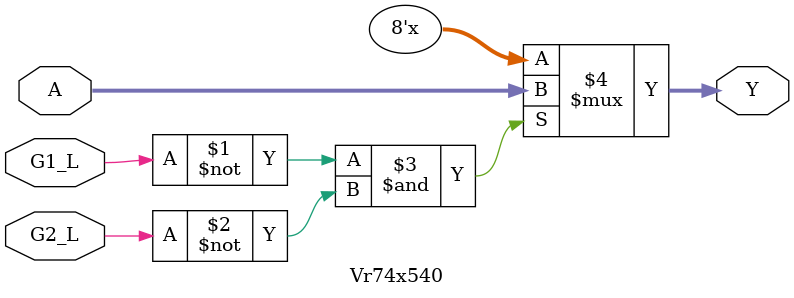
<source format=v>
module Vr74x540(G1_L, G2_L, A, Y);
  input G1_L, G2_L;
  input [1:8] A;
  output [1:8] Y;

  assign Y = (~G1_L & ~G2_L) ? A : 8'bz;
endmodule
</source>
